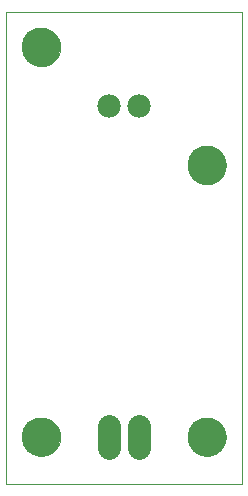
<source format=gbs>
G75*
%MOIN*%
%OFA0B0*%
%FSLAX25Y25*%
%IPPOS*%
%LPD*%
%AMOC8*
5,1,8,0,0,1.08239X$1,22.5*
%
%ADD10C,0.00000*%
%ADD11C,0.12998*%
%ADD12C,0.07800*%
%ADD13C,0.07800*%
D10*
X0001000Y0001000D02*
X0001000Y0158480D01*
X0079740Y0158480D01*
X0079740Y0001000D01*
X0001000Y0001000D01*
X0006512Y0016748D02*
X0006514Y0016906D01*
X0006520Y0017064D01*
X0006530Y0017222D01*
X0006544Y0017380D01*
X0006562Y0017537D01*
X0006583Y0017694D01*
X0006609Y0017850D01*
X0006639Y0018006D01*
X0006672Y0018161D01*
X0006710Y0018314D01*
X0006751Y0018467D01*
X0006796Y0018619D01*
X0006845Y0018770D01*
X0006898Y0018919D01*
X0006954Y0019067D01*
X0007014Y0019213D01*
X0007078Y0019358D01*
X0007146Y0019501D01*
X0007217Y0019643D01*
X0007291Y0019783D01*
X0007369Y0019920D01*
X0007451Y0020056D01*
X0007535Y0020190D01*
X0007624Y0020321D01*
X0007715Y0020450D01*
X0007810Y0020577D01*
X0007907Y0020702D01*
X0008008Y0020824D01*
X0008112Y0020943D01*
X0008219Y0021060D01*
X0008329Y0021174D01*
X0008442Y0021285D01*
X0008557Y0021394D01*
X0008675Y0021499D01*
X0008796Y0021601D01*
X0008919Y0021701D01*
X0009045Y0021797D01*
X0009173Y0021890D01*
X0009303Y0021980D01*
X0009436Y0022066D01*
X0009571Y0022150D01*
X0009707Y0022229D01*
X0009846Y0022306D01*
X0009987Y0022378D01*
X0010129Y0022448D01*
X0010273Y0022513D01*
X0010419Y0022575D01*
X0010566Y0022633D01*
X0010715Y0022688D01*
X0010865Y0022739D01*
X0011016Y0022786D01*
X0011168Y0022829D01*
X0011321Y0022868D01*
X0011476Y0022904D01*
X0011631Y0022935D01*
X0011787Y0022963D01*
X0011943Y0022987D01*
X0012100Y0023007D01*
X0012258Y0023023D01*
X0012415Y0023035D01*
X0012574Y0023043D01*
X0012732Y0023047D01*
X0012890Y0023047D01*
X0013048Y0023043D01*
X0013207Y0023035D01*
X0013364Y0023023D01*
X0013522Y0023007D01*
X0013679Y0022987D01*
X0013835Y0022963D01*
X0013991Y0022935D01*
X0014146Y0022904D01*
X0014301Y0022868D01*
X0014454Y0022829D01*
X0014606Y0022786D01*
X0014757Y0022739D01*
X0014907Y0022688D01*
X0015056Y0022633D01*
X0015203Y0022575D01*
X0015349Y0022513D01*
X0015493Y0022448D01*
X0015635Y0022378D01*
X0015776Y0022306D01*
X0015915Y0022229D01*
X0016051Y0022150D01*
X0016186Y0022066D01*
X0016319Y0021980D01*
X0016449Y0021890D01*
X0016577Y0021797D01*
X0016703Y0021701D01*
X0016826Y0021601D01*
X0016947Y0021499D01*
X0017065Y0021394D01*
X0017180Y0021285D01*
X0017293Y0021174D01*
X0017403Y0021060D01*
X0017510Y0020943D01*
X0017614Y0020824D01*
X0017715Y0020702D01*
X0017812Y0020577D01*
X0017907Y0020450D01*
X0017998Y0020321D01*
X0018087Y0020190D01*
X0018171Y0020056D01*
X0018253Y0019920D01*
X0018331Y0019783D01*
X0018405Y0019643D01*
X0018476Y0019501D01*
X0018544Y0019358D01*
X0018608Y0019213D01*
X0018668Y0019067D01*
X0018724Y0018919D01*
X0018777Y0018770D01*
X0018826Y0018619D01*
X0018871Y0018467D01*
X0018912Y0018314D01*
X0018950Y0018161D01*
X0018983Y0018006D01*
X0019013Y0017850D01*
X0019039Y0017694D01*
X0019060Y0017537D01*
X0019078Y0017380D01*
X0019092Y0017222D01*
X0019102Y0017064D01*
X0019108Y0016906D01*
X0019110Y0016748D01*
X0019108Y0016590D01*
X0019102Y0016432D01*
X0019092Y0016274D01*
X0019078Y0016116D01*
X0019060Y0015959D01*
X0019039Y0015802D01*
X0019013Y0015646D01*
X0018983Y0015490D01*
X0018950Y0015335D01*
X0018912Y0015182D01*
X0018871Y0015029D01*
X0018826Y0014877D01*
X0018777Y0014726D01*
X0018724Y0014577D01*
X0018668Y0014429D01*
X0018608Y0014283D01*
X0018544Y0014138D01*
X0018476Y0013995D01*
X0018405Y0013853D01*
X0018331Y0013713D01*
X0018253Y0013576D01*
X0018171Y0013440D01*
X0018087Y0013306D01*
X0017998Y0013175D01*
X0017907Y0013046D01*
X0017812Y0012919D01*
X0017715Y0012794D01*
X0017614Y0012672D01*
X0017510Y0012553D01*
X0017403Y0012436D01*
X0017293Y0012322D01*
X0017180Y0012211D01*
X0017065Y0012102D01*
X0016947Y0011997D01*
X0016826Y0011895D01*
X0016703Y0011795D01*
X0016577Y0011699D01*
X0016449Y0011606D01*
X0016319Y0011516D01*
X0016186Y0011430D01*
X0016051Y0011346D01*
X0015915Y0011267D01*
X0015776Y0011190D01*
X0015635Y0011118D01*
X0015493Y0011048D01*
X0015349Y0010983D01*
X0015203Y0010921D01*
X0015056Y0010863D01*
X0014907Y0010808D01*
X0014757Y0010757D01*
X0014606Y0010710D01*
X0014454Y0010667D01*
X0014301Y0010628D01*
X0014146Y0010592D01*
X0013991Y0010561D01*
X0013835Y0010533D01*
X0013679Y0010509D01*
X0013522Y0010489D01*
X0013364Y0010473D01*
X0013207Y0010461D01*
X0013048Y0010453D01*
X0012890Y0010449D01*
X0012732Y0010449D01*
X0012574Y0010453D01*
X0012415Y0010461D01*
X0012258Y0010473D01*
X0012100Y0010489D01*
X0011943Y0010509D01*
X0011787Y0010533D01*
X0011631Y0010561D01*
X0011476Y0010592D01*
X0011321Y0010628D01*
X0011168Y0010667D01*
X0011016Y0010710D01*
X0010865Y0010757D01*
X0010715Y0010808D01*
X0010566Y0010863D01*
X0010419Y0010921D01*
X0010273Y0010983D01*
X0010129Y0011048D01*
X0009987Y0011118D01*
X0009846Y0011190D01*
X0009707Y0011267D01*
X0009571Y0011346D01*
X0009436Y0011430D01*
X0009303Y0011516D01*
X0009173Y0011606D01*
X0009045Y0011699D01*
X0008919Y0011795D01*
X0008796Y0011895D01*
X0008675Y0011997D01*
X0008557Y0012102D01*
X0008442Y0012211D01*
X0008329Y0012322D01*
X0008219Y0012436D01*
X0008112Y0012553D01*
X0008008Y0012672D01*
X0007907Y0012794D01*
X0007810Y0012919D01*
X0007715Y0013046D01*
X0007624Y0013175D01*
X0007535Y0013306D01*
X0007451Y0013440D01*
X0007369Y0013576D01*
X0007291Y0013713D01*
X0007217Y0013853D01*
X0007146Y0013995D01*
X0007078Y0014138D01*
X0007014Y0014283D01*
X0006954Y0014429D01*
X0006898Y0014577D01*
X0006845Y0014726D01*
X0006796Y0014877D01*
X0006751Y0015029D01*
X0006710Y0015182D01*
X0006672Y0015335D01*
X0006639Y0015490D01*
X0006609Y0015646D01*
X0006583Y0015802D01*
X0006562Y0015959D01*
X0006544Y0016116D01*
X0006530Y0016274D01*
X0006520Y0016432D01*
X0006514Y0016590D01*
X0006512Y0016748D01*
X0061630Y0016748D02*
X0061632Y0016906D01*
X0061638Y0017064D01*
X0061648Y0017222D01*
X0061662Y0017380D01*
X0061680Y0017537D01*
X0061701Y0017694D01*
X0061727Y0017850D01*
X0061757Y0018006D01*
X0061790Y0018161D01*
X0061828Y0018314D01*
X0061869Y0018467D01*
X0061914Y0018619D01*
X0061963Y0018770D01*
X0062016Y0018919D01*
X0062072Y0019067D01*
X0062132Y0019213D01*
X0062196Y0019358D01*
X0062264Y0019501D01*
X0062335Y0019643D01*
X0062409Y0019783D01*
X0062487Y0019920D01*
X0062569Y0020056D01*
X0062653Y0020190D01*
X0062742Y0020321D01*
X0062833Y0020450D01*
X0062928Y0020577D01*
X0063025Y0020702D01*
X0063126Y0020824D01*
X0063230Y0020943D01*
X0063337Y0021060D01*
X0063447Y0021174D01*
X0063560Y0021285D01*
X0063675Y0021394D01*
X0063793Y0021499D01*
X0063914Y0021601D01*
X0064037Y0021701D01*
X0064163Y0021797D01*
X0064291Y0021890D01*
X0064421Y0021980D01*
X0064554Y0022066D01*
X0064689Y0022150D01*
X0064825Y0022229D01*
X0064964Y0022306D01*
X0065105Y0022378D01*
X0065247Y0022448D01*
X0065391Y0022513D01*
X0065537Y0022575D01*
X0065684Y0022633D01*
X0065833Y0022688D01*
X0065983Y0022739D01*
X0066134Y0022786D01*
X0066286Y0022829D01*
X0066439Y0022868D01*
X0066594Y0022904D01*
X0066749Y0022935D01*
X0066905Y0022963D01*
X0067061Y0022987D01*
X0067218Y0023007D01*
X0067376Y0023023D01*
X0067533Y0023035D01*
X0067692Y0023043D01*
X0067850Y0023047D01*
X0068008Y0023047D01*
X0068166Y0023043D01*
X0068325Y0023035D01*
X0068482Y0023023D01*
X0068640Y0023007D01*
X0068797Y0022987D01*
X0068953Y0022963D01*
X0069109Y0022935D01*
X0069264Y0022904D01*
X0069419Y0022868D01*
X0069572Y0022829D01*
X0069724Y0022786D01*
X0069875Y0022739D01*
X0070025Y0022688D01*
X0070174Y0022633D01*
X0070321Y0022575D01*
X0070467Y0022513D01*
X0070611Y0022448D01*
X0070753Y0022378D01*
X0070894Y0022306D01*
X0071033Y0022229D01*
X0071169Y0022150D01*
X0071304Y0022066D01*
X0071437Y0021980D01*
X0071567Y0021890D01*
X0071695Y0021797D01*
X0071821Y0021701D01*
X0071944Y0021601D01*
X0072065Y0021499D01*
X0072183Y0021394D01*
X0072298Y0021285D01*
X0072411Y0021174D01*
X0072521Y0021060D01*
X0072628Y0020943D01*
X0072732Y0020824D01*
X0072833Y0020702D01*
X0072930Y0020577D01*
X0073025Y0020450D01*
X0073116Y0020321D01*
X0073205Y0020190D01*
X0073289Y0020056D01*
X0073371Y0019920D01*
X0073449Y0019783D01*
X0073523Y0019643D01*
X0073594Y0019501D01*
X0073662Y0019358D01*
X0073726Y0019213D01*
X0073786Y0019067D01*
X0073842Y0018919D01*
X0073895Y0018770D01*
X0073944Y0018619D01*
X0073989Y0018467D01*
X0074030Y0018314D01*
X0074068Y0018161D01*
X0074101Y0018006D01*
X0074131Y0017850D01*
X0074157Y0017694D01*
X0074178Y0017537D01*
X0074196Y0017380D01*
X0074210Y0017222D01*
X0074220Y0017064D01*
X0074226Y0016906D01*
X0074228Y0016748D01*
X0074226Y0016590D01*
X0074220Y0016432D01*
X0074210Y0016274D01*
X0074196Y0016116D01*
X0074178Y0015959D01*
X0074157Y0015802D01*
X0074131Y0015646D01*
X0074101Y0015490D01*
X0074068Y0015335D01*
X0074030Y0015182D01*
X0073989Y0015029D01*
X0073944Y0014877D01*
X0073895Y0014726D01*
X0073842Y0014577D01*
X0073786Y0014429D01*
X0073726Y0014283D01*
X0073662Y0014138D01*
X0073594Y0013995D01*
X0073523Y0013853D01*
X0073449Y0013713D01*
X0073371Y0013576D01*
X0073289Y0013440D01*
X0073205Y0013306D01*
X0073116Y0013175D01*
X0073025Y0013046D01*
X0072930Y0012919D01*
X0072833Y0012794D01*
X0072732Y0012672D01*
X0072628Y0012553D01*
X0072521Y0012436D01*
X0072411Y0012322D01*
X0072298Y0012211D01*
X0072183Y0012102D01*
X0072065Y0011997D01*
X0071944Y0011895D01*
X0071821Y0011795D01*
X0071695Y0011699D01*
X0071567Y0011606D01*
X0071437Y0011516D01*
X0071304Y0011430D01*
X0071169Y0011346D01*
X0071033Y0011267D01*
X0070894Y0011190D01*
X0070753Y0011118D01*
X0070611Y0011048D01*
X0070467Y0010983D01*
X0070321Y0010921D01*
X0070174Y0010863D01*
X0070025Y0010808D01*
X0069875Y0010757D01*
X0069724Y0010710D01*
X0069572Y0010667D01*
X0069419Y0010628D01*
X0069264Y0010592D01*
X0069109Y0010561D01*
X0068953Y0010533D01*
X0068797Y0010509D01*
X0068640Y0010489D01*
X0068482Y0010473D01*
X0068325Y0010461D01*
X0068166Y0010453D01*
X0068008Y0010449D01*
X0067850Y0010449D01*
X0067692Y0010453D01*
X0067533Y0010461D01*
X0067376Y0010473D01*
X0067218Y0010489D01*
X0067061Y0010509D01*
X0066905Y0010533D01*
X0066749Y0010561D01*
X0066594Y0010592D01*
X0066439Y0010628D01*
X0066286Y0010667D01*
X0066134Y0010710D01*
X0065983Y0010757D01*
X0065833Y0010808D01*
X0065684Y0010863D01*
X0065537Y0010921D01*
X0065391Y0010983D01*
X0065247Y0011048D01*
X0065105Y0011118D01*
X0064964Y0011190D01*
X0064825Y0011267D01*
X0064689Y0011346D01*
X0064554Y0011430D01*
X0064421Y0011516D01*
X0064291Y0011606D01*
X0064163Y0011699D01*
X0064037Y0011795D01*
X0063914Y0011895D01*
X0063793Y0011997D01*
X0063675Y0012102D01*
X0063560Y0012211D01*
X0063447Y0012322D01*
X0063337Y0012436D01*
X0063230Y0012553D01*
X0063126Y0012672D01*
X0063025Y0012794D01*
X0062928Y0012919D01*
X0062833Y0013046D01*
X0062742Y0013175D01*
X0062653Y0013306D01*
X0062569Y0013440D01*
X0062487Y0013576D01*
X0062409Y0013713D01*
X0062335Y0013853D01*
X0062264Y0013995D01*
X0062196Y0014138D01*
X0062132Y0014283D01*
X0062072Y0014429D01*
X0062016Y0014577D01*
X0061963Y0014726D01*
X0061914Y0014877D01*
X0061869Y0015029D01*
X0061828Y0015182D01*
X0061790Y0015335D01*
X0061757Y0015490D01*
X0061727Y0015646D01*
X0061701Y0015802D01*
X0061680Y0015959D01*
X0061662Y0016116D01*
X0061648Y0016274D01*
X0061638Y0016432D01*
X0061632Y0016590D01*
X0061630Y0016748D01*
X0061630Y0107299D02*
X0061632Y0107457D01*
X0061638Y0107615D01*
X0061648Y0107773D01*
X0061662Y0107931D01*
X0061680Y0108088D01*
X0061701Y0108245D01*
X0061727Y0108401D01*
X0061757Y0108557D01*
X0061790Y0108712D01*
X0061828Y0108865D01*
X0061869Y0109018D01*
X0061914Y0109170D01*
X0061963Y0109321D01*
X0062016Y0109470D01*
X0062072Y0109618D01*
X0062132Y0109764D01*
X0062196Y0109909D01*
X0062264Y0110052D01*
X0062335Y0110194D01*
X0062409Y0110334D01*
X0062487Y0110471D01*
X0062569Y0110607D01*
X0062653Y0110741D01*
X0062742Y0110872D01*
X0062833Y0111001D01*
X0062928Y0111128D01*
X0063025Y0111253D01*
X0063126Y0111375D01*
X0063230Y0111494D01*
X0063337Y0111611D01*
X0063447Y0111725D01*
X0063560Y0111836D01*
X0063675Y0111945D01*
X0063793Y0112050D01*
X0063914Y0112152D01*
X0064037Y0112252D01*
X0064163Y0112348D01*
X0064291Y0112441D01*
X0064421Y0112531D01*
X0064554Y0112617D01*
X0064689Y0112701D01*
X0064825Y0112780D01*
X0064964Y0112857D01*
X0065105Y0112929D01*
X0065247Y0112999D01*
X0065391Y0113064D01*
X0065537Y0113126D01*
X0065684Y0113184D01*
X0065833Y0113239D01*
X0065983Y0113290D01*
X0066134Y0113337D01*
X0066286Y0113380D01*
X0066439Y0113419D01*
X0066594Y0113455D01*
X0066749Y0113486D01*
X0066905Y0113514D01*
X0067061Y0113538D01*
X0067218Y0113558D01*
X0067376Y0113574D01*
X0067533Y0113586D01*
X0067692Y0113594D01*
X0067850Y0113598D01*
X0068008Y0113598D01*
X0068166Y0113594D01*
X0068325Y0113586D01*
X0068482Y0113574D01*
X0068640Y0113558D01*
X0068797Y0113538D01*
X0068953Y0113514D01*
X0069109Y0113486D01*
X0069264Y0113455D01*
X0069419Y0113419D01*
X0069572Y0113380D01*
X0069724Y0113337D01*
X0069875Y0113290D01*
X0070025Y0113239D01*
X0070174Y0113184D01*
X0070321Y0113126D01*
X0070467Y0113064D01*
X0070611Y0112999D01*
X0070753Y0112929D01*
X0070894Y0112857D01*
X0071033Y0112780D01*
X0071169Y0112701D01*
X0071304Y0112617D01*
X0071437Y0112531D01*
X0071567Y0112441D01*
X0071695Y0112348D01*
X0071821Y0112252D01*
X0071944Y0112152D01*
X0072065Y0112050D01*
X0072183Y0111945D01*
X0072298Y0111836D01*
X0072411Y0111725D01*
X0072521Y0111611D01*
X0072628Y0111494D01*
X0072732Y0111375D01*
X0072833Y0111253D01*
X0072930Y0111128D01*
X0073025Y0111001D01*
X0073116Y0110872D01*
X0073205Y0110741D01*
X0073289Y0110607D01*
X0073371Y0110471D01*
X0073449Y0110334D01*
X0073523Y0110194D01*
X0073594Y0110052D01*
X0073662Y0109909D01*
X0073726Y0109764D01*
X0073786Y0109618D01*
X0073842Y0109470D01*
X0073895Y0109321D01*
X0073944Y0109170D01*
X0073989Y0109018D01*
X0074030Y0108865D01*
X0074068Y0108712D01*
X0074101Y0108557D01*
X0074131Y0108401D01*
X0074157Y0108245D01*
X0074178Y0108088D01*
X0074196Y0107931D01*
X0074210Y0107773D01*
X0074220Y0107615D01*
X0074226Y0107457D01*
X0074228Y0107299D01*
X0074226Y0107141D01*
X0074220Y0106983D01*
X0074210Y0106825D01*
X0074196Y0106667D01*
X0074178Y0106510D01*
X0074157Y0106353D01*
X0074131Y0106197D01*
X0074101Y0106041D01*
X0074068Y0105886D01*
X0074030Y0105733D01*
X0073989Y0105580D01*
X0073944Y0105428D01*
X0073895Y0105277D01*
X0073842Y0105128D01*
X0073786Y0104980D01*
X0073726Y0104834D01*
X0073662Y0104689D01*
X0073594Y0104546D01*
X0073523Y0104404D01*
X0073449Y0104264D01*
X0073371Y0104127D01*
X0073289Y0103991D01*
X0073205Y0103857D01*
X0073116Y0103726D01*
X0073025Y0103597D01*
X0072930Y0103470D01*
X0072833Y0103345D01*
X0072732Y0103223D01*
X0072628Y0103104D01*
X0072521Y0102987D01*
X0072411Y0102873D01*
X0072298Y0102762D01*
X0072183Y0102653D01*
X0072065Y0102548D01*
X0071944Y0102446D01*
X0071821Y0102346D01*
X0071695Y0102250D01*
X0071567Y0102157D01*
X0071437Y0102067D01*
X0071304Y0101981D01*
X0071169Y0101897D01*
X0071033Y0101818D01*
X0070894Y0101741D01*
X0070753Y0101669D01*
X0070611Y0101599D01*
X0070467Y0101534D01*
X0070321Y0101472D01*
X0070174Y0101414D01*
X0070025Y0101359D01*
X0069875Y0101308D01*
X0069724Y0101261D01*
X0069572Y0101218D01*
X0069419Y0101179D01*
X0069264Y0101143D01*
X0069109Y0101112D01*
X0068953Y0101084D01*
X0068797Y0101060D01*
X0068640Y0101040D01*
X0068482Y0101024D01*
X0068325Y0101012D01*
X0068166Y0101004D01*
X0068008Y0101000D01*
X0067850Y0101000D01*
X0067692Y0101004D01*
X0067533Y0101012D01*
X0067376Y0101024D01*
X0067218Y0101040D01*
X0067061Y0101060D01*
X0066905Y0101084D01*
X0066749Y0101112D01*
X0066594Y0101143D01*
X0066439Y0101179D01*
X0066286Y0101218D01*
X0066134Y0101261D01*
X0065983Y0101308D01*
X0065833Y0101359D01*
X0065684Y0101414D01*
X0065537Y0101472D01*
X0065391Y0101534D01*
X0065247Y0101599D01*
X0065105Y0101669D01*
X0064964Y0101741D01*
X0064825Y0101818D01*
X0064689Y0101897D01*
X0064554Y0101981D01*
X0064421Y0102067D01*
X0064291Y0102157D01*
X0064163Y0102250D01*
X0064037Y0102346D01*
X0063914Y0102446D01*
X0063793Y0102548D01*
X0063675Y0102653D01*
X0063560Y0102762D01*
X0063447Y0102873D01*
X0063337Y0102987D01*
X0063230Y0103104D01*
X0063126Y0103223D01*
X0063025Y0103345D01*
X0062928Y0103470D01*
X0062833Y0103597D01*
X0062742Y0103726D01*
X0062653Y0103857D01*
X0062569Y0103991D01*
X0062487Y0104127D01*
X0062409Y0104264D01*
X0062335Y0104404D01*
X0062264Y0104546D01*
X0062196Y0104689D01*
X0062132Y0104834D01*
X0062072Y0104980D01*
X0062016Y0105128D01*
X0061963Y0105277D01*
X0061914Y0105428D01*
X0061869Y0105580D01*
X0061828Y0105733D01*
X0061790Y0105886D01*
X0061757Y0106041D01*
X0061727Y0106197D01*
X0061701Y0106353D01*
X0061680Y0106510D01*
X0061662Y0106667D01*
X0061648Y0106825D01*
X0061638Y0106983D01*
X0061632Y0107141D01*
X0061630Y0107299D01*
X0006512Y0146669D02*
X0006514Y0146827D01*
X0006520Y0146985D01*
X0006530Y0147143D01*
X0006544Y0147301D01*
X0006562Y0147458D01*
X0006583Y0147615D01*
X0006609Y0147771D01*
X0006639Y0147927D01*
X0006672Y0148082D01*
X0006710Y0148235D01*
X0006751Y0148388D01*
X0006796Y0148540D01*
X0006845Y0148691D01*
X0006898Y0148840D01*
X0006954Y0148988D01*
X0007014Y0149134D01*
X0007078Y0149279D01*
X0007146Y0149422D01*
X0007217Y0149564D01*
X0007291Y0149704D01*
X0007369Y0149841D01*
X0007451Y0149977D01*
X0007535Y0150111D01*
X0007624Y0150242D01*
X0007715Y0150371D01*
X0007810Y0150498D01*
X0007907Y0150623D01*
X0008008Y0150745D01*
X0008112Y0150864D01*
X0008219Y0150981D01*
X0008329Y0151095D01*
X0008442Y0151206D01*
X0008557Y0151315D01*
X0008675Y0151420D01*
X0008796Y0151522D01*
X0008919Y0151622D01*
X0009045Y0151718D01*
X0009173Y0151811D01*
X0009303Y0151901D01*
X0009436Y0151987D01*
X0009571Y0152071D01*
X0009707Y0152150D01*
X0009846Y0152227D01*
X0009987Y0152299D01*
X0010129Y0152369D01*
X0010273Y0152434D01*
X0010419Y0152496D01*
X0010566Y0152554D01*
X0010715Y0152609D01*
X0010865Y0152660D01*
X0011016Y0152707D01*
X0011168Y0152750D01*
X0011321Y0152789D01*
X0011476Y0152825D01*
X0011631Y0152856D01*
X0011787Y0152884D01*
X0011943Y0152908D01*
X0012100Y0152928D01*
X0012258Y0152944D01*
X0012415Y0152956D01*
X0012574Y0152964D01*
X0012732Y0152968D01*
X0012890Y0152968D01*
X0013048Y0152964D01*
X0013207Y0152956D01*
X0013364Y0152944D01*
X0013522Y0152928D01*
X0013679Y0152908D01*
X0013835Y0152884D01*
X0013991Y0152856D01*
X0014146Y0152825D01*
X0014301Y0152789D01*
X0014454Y0152750D01*
X0014606Y0152707D01*
X0014757Y0152660D01*
X0014907Y0152609D01*
X0015056Y0152554D01*
X0015203Y0152496D01*
X0015349Y0152434D01*
X0015493Y0152369D01*
X0015635Y0152299D01*
X0015776Y0152227D01*
X0015915Y0152150D01*
X0016051Y0152071D01*
X0016186Y0151987D01*
X0016319Y0151901D01*
X0016449Y0151811D01*
X0016577Y0151718D01*
X0016703Y0151622D01*
X0016826Y0151522D01*
X0016947Y0151420D01*
X0017065Y0151315D01*
X0017180Y0151206D01*
X0017293Y0151095D01*
X0017403Y0150981D01*
X0017510Y0150864D01*
X0017614Y0150745D01*
X0017715Y0150623D01*
X0017812Y0150498D01*
X0017907Y0150371D01*
X0017998Y0150242D01*
X0018087Y0150111D01*
X0018171Y0149977D01*
X0018253Y0149841D01*
X0018331Y0149704D01*
X0018405Y0149564D01*
X0018476Y0149422D01*
X0018544Y0149279D01*
X0018608Y0149134D01*
X0018668Y0148988D01*
X0018724Y0148840D01*
X0018777Y0148691D01*
X0018826Y0148540D01*
X0018871Y0148388D01*
X0018912Y0148235D01*
X0018950Y0148082D01*
X0018983Y0147927D01*
X0019013Y0147771D01*
X0019039Y0147615D01*
X0019060Y0147458D01*
X0019078Y0147301D01*
X0019092Y0147143D01*
X0019102Y0146985D01*
X0019108Y0146827D01*
X0019110Y0146669D01*
X0019108Y0146511D01*
X0019102Y0146353D01*
X0019092Y0146195D01*
X0019078Y0146037D01*
X0019060Y0145880D01*
X0019039Y0145723D01*
X0019013Y0145567D01*
X0018983Y0145411D01*
X0018950Y0145256D01*
X0018912Y0145103D01*
X0018871Y0144950D01*
X0018826Y0144798D01*
X0018777Y0144647D01*
X0018724Y0144498D01*
X0018668Y0144350D01*
X0018608Y0144204D01*
X0018544Y0144059D01*
X0018476Y0143916D01*
X0018405Y0143774D01*
X0018331Y0143634D01*
X0018253Y0143497D01*
X0018171Y0143361D01*
X0018087Y0143227D01*
X0017998Y0143096D01*
X0017907Y0142967D01*
X0017812Y0142840D01*
X0017715Y0142715D01*
X0017614Y0142593D01*
X0017510Y0142474D01*
X0017403Y0142357D01*
X0017293Y0142243D01*
X0017180Y0142132D01*
X0017065Y0142023D01*
X0016947Y0141918D01*
X0016826Y0141816D01*
X0016703Y0141716D01*
X0016577Y0141620D01*
X0016449Y0141527D01*
X0016319Y0141437D01*
X0016186Y0141351D01*
X0016051Y0141267D01*
X0015915Y0141188D01*
X0015776Y0141111D01*
X0015635Y0141039D01*
X0015493Y0140969D01*
X0015349Y0140904D01*
X0015203Y0140842D01*
X0015056Y0140784D01*
X0014907Y0140729D01*
X0014757Y0140678D01*
X0014606Y0140631D01*
X0014454Y0140588D01*
X0014301Y0140549D01*
X0014146Y0140513D01*
X0013991Y0140482D01*
X0013835Y0140454D01*
X0013679Y0140430D01*
X0013522Y0140410D01*
X0013364Y0140394D01*
X0013207Y0140382D01*
X0013048Y0140374D01*
X0012890Y0140370D01*
X0012732Y0140370D01*
X0012574Y0140374D01*
X0012415Y0140382D01*
X0012258Y0140394D01*
X0012100Y0140410D01*
X0011943Y0140430D01*
X0011787Y0140454D01*
X0011631Y0140482D01*
X0011476Y0140513D01*
X0011321Y0140549D01*
X0011168Y0140588D01*
X0011016Y0140631D01*
X0010865Y0140678D01*
X0010715Y0140729D01*
X0010566Y0140784D01*
X0010419Y0140842D01*
X0010273Y0140904D01*
X0010129Y0140969D01*
X0009987Y0141039D01*
X0009846Y0141111D01*
X0009707Y0141188D01*
X0009571Y0141267D01*
X0009436Y0141351D01*
X0009303Y0141437D01*
X0009173Y0141527D01*
X0009045Y0141620D01*
X0008919Y0141716D01*
X0008796Y0141816D01*
X0008675Y0141918D01*
X0008557Y0142023D01*
X0008442Y0142132D01*
X0008329Y0142243D01*
X0008219Y0142357D01*
X0008112Y0142474D01*
X0008008Y0142593D01*
X0007907Y0142715D01*
X0007810Y0142840D01*
X0007715Y0142967D01*
X0007624Y0143096D01*
X0007535Y0143227D01*
X0007451Y0143361D01*
X0007369Y0143497D01*
X0007291Y0143634D01*
X0007217Y0143774D01*
X0007146Y0143916D01*
X0007078Y0144059D01*
X0007014Y0144204D01*
X0006954Y0144350D01*
X0006898Y0144498D01*
X0006845Y0144647D01*
X0006796Y0144798D01*
X0006751Y0144950D01*
X0006710Y0145103D01*
X0006672Y0145256D01*
X0006639Y0145411D01*
X0006609Y0145567D01*
X0006583Y0145723D01*
X0006562Y0145880D01*
X0006544Y0146037D01*
X0006530Y0146195D01*
X0006520Y0146353D01*
X0006514Y0146511D01*
X0006512Y0146669D01*
D11*
X0012811Y0146669D03*
X0067929Y0107299D03*
X0067929Y0016748D03*
X0012811Y0016748D03*
D12*
X0035370Y0013048D02*
X0035370Y0020448D01*
X0045370Y0020448D02*
X0045370Y0013048D01*
D13*
X0045370Y0126984D03*
X0035370Y0126984D03*
M02*

</source>
